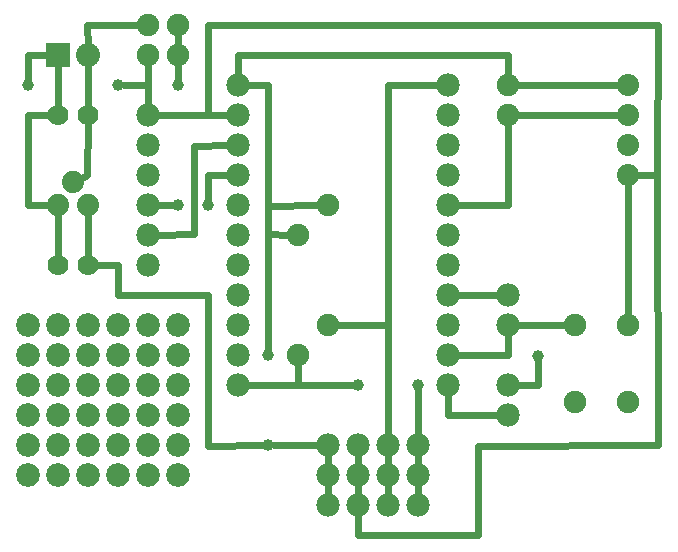
<source format=gbl>
G04 MADE WITH FRITZING*
G04 WWW.FRITZING.ORG*
G04 DOUBLE SIDED*
G04 HOLES PLATED*
G04 CONTOUR ON CENTER OF CONTOUR VECTOR*
%ASAXBY*%
%FSLAX23Y23*%
%MOIN*%
%OFA0B0*%
%SFA1.0B1.0*%
%ADD10C,0.039370*%
%ADD11C,0.079370*%
%ADD12C,0.078000*%
%ADD13C,0.075000*%
%ADD14C,0.070000*%
%ADD15C,0.080000*%
%ADD16C,0.073889*%
%ADD17C,0.074000*%
%ADD18R,0.080000X0.080000*%
%ADD19C,0.024000*%
%LNCOPPER0*%
G90*
G70*
G54D10*
X584Y1176D03*
X684Y1176D03*
G54D11*
X584Y376D03*
X484Y376D03*
X384Y376D03*
X284Y376D03*
X184Y376D03*
X84Y376D03*
X584Y476D03*
X484Y476D03*
X384Y476D03*
X284Y476D03*
X184Y476D03*
X84Y476D03*
X584Y276D03*
X484Y276D03*
X384Y276D03*
X284Y276D03*
X184Y276D03*
X84Y276D03*
X584Y776D03*
X484Y776D03*
X384Y776D03*
X284Y776D03*
X184Y776D03*
X84Y776D03*
X584Y576D03*
X484Y576D03*
X384Y576D03*
X284Y576D03*
X184Y576D03*
X84Y576D03*
X584Y676D03*
X484Y676D03*
X384Y676D03*
X284Y676D03*
X184Y676D03*
X84Y676D03*
G54D12*
X1384Y276D03*
X1284Y276D03*
X1184Y276D03*
X1084Y276D03*
X1384Y176D03*
X1284Y176D03*
X1184Y176D03*
X1084Y176D03*
X1384Y376D03*
X1284Y376D03*
X1184Y376D03*
X1084Y376D03*
G54D13*
X1084Y1176D03*
X1084Y776D03*
X984Y1076D03*
X984Y676D03*
G54D10*
X1384Y576D03*
X1184Y576D03*
X884Y676D03*
X884Y376D03*
G54D14*
X184Y1476D03*
X284Y1476D03*
X184Y976D03*
X284Y976D03*
G54D15*
X184Y1676D03*
X284Y1676D03*
G54D16*
X2084Y1276D03*
X2084Y1376D03*
X2084Y1476D03*
X2084Y1576D03*
G54D17*
X284Y1176D03*
X234Y1251D03*
X184Y1176D03*
G54D12*
X1484Y1576D03*
X1484Y1476D03*
X1484Y1376D03*
X1484Y1276D03*
X1484Y1176D03*
X1484Y1076D03*
X1484Y976D03*
X1484Y876D03*
X1484Y776D03*
X1484Y676D03*
X1484Y576D03*
X784Y1576D03*
X784Y1476D03*
X784Y1376D03*
X784Y1276D03*
X784Y1176D03*
X784Y1076D03*
X784Y976D03*
X784Y876D03*
X784Y776D03*
X784Y676D03*
X784Y576D03*
X484Y1476D03*
X484Y1376D03*
X484Y1276D03*
X484Y1176D03*
X484Y1076D03*
X484Y976D03*
X1684Y876D03*
X1684Y776D03*
G54D13*
X1684Y1476D03*
X1684Y1576D03*
X2084Y776D03*
X2084Y520D03*
X1906Y776D03*
X1906Y520D03*
G54D10*
X84Y1576D03*
X384Y1576D03*
G54D13*
X484Y1776D03*
X584Y1776D03*
X484Y1676D03*
X584Y1676D03*
G54D12*
X1684Y576D03*
X1684Y476D03*
G54D10*
X1785Y672D03*
X584Y1576D03*
G54D18*
X184Y1676D03*
G54D19*
X184Y1645D02*
X184Y1502D01*
D02*
X284Y1502D02*
X284Y1645D01*
D02*
X84Y1476D02*
X84Y1176D01*
D02*
X84Y1176D02*
X157Y1176D01*
D02*
X282Y1275D02*
X258Y1263D01*
D02*
X284Y1149D02*
X284Y1002D01*
D02*
X184Y1149D02*
X184Y1002D01*
D02*
X158Y1476D02*
X84Y1476D01*
D02*
X283Y1450D02*
X282Y1275D01*
D02*
X2182Y1275D02*
X2184Y376D01*
D02*
X2184Y1776D02*
X2182Y1275D01*
D02*
X754Y1476D02*
X683Y1477D01*
D02*
X683Y1477D02*
X684Y1777D01*
D02*
X684Y1777D02*
X2184Y1776D01*
D02*
X784Y1606D02*
X784Y1675D01*
D02*
X1684Y1576D02*
X1712Y1576D01*
D02*
X784Y1675D02*
X1684Y1675D01*
D02*
X1684Y1675D02*
X1684Y1576D01*
D02*
X885Y1174D02*
X885Y1078D01*
D02*
X684Y374D02*
X684Y876D01*
D02*
X384Y876D02*
X384Y977D01*
D02*
X814Y1576D02*
X884Y1576D01*
D02*
X754Y1476D02*
X514Y1476D01*
D02*
X514Y1176D02*
X565Y1176D01*
D02*
X884Y1576D02*
X885Y1174D01*
D02*
X684Y876D02*
X384Y876D01*
D02*
X636Y1079D02*
X514Y1076D01*
D02*
X1784Y776D02*
X1878Y776D01*
D02*
X1714Y776D02*
X1784Y776D01*
D02*
X754Y1276D02*
X684Y1276D01*
D02*
X684Y1276D02*
X684Y1195D01*
D02*
X636Y1373D02*
X636Y1079D01*
D02*
X754Y1375D02*
X636Y1373D01*
D02*
X1684Y1447D02*
X1684Y1176D01*
D02*
X1684Y1176D02*
X1514Y1176D01*
D02*
X2084Y804D02*
X2084Y1242D01*
D02*
X1084Y206D02*
X1084Y246D01*
D02*
X1084Y306D02*
X1084Y346D01*
D02*
X1583Y75D02*
X1184Y75D01*
D02*
X1583Y374D02*
X1583Y75D01*
D02*
X1184Y206D02*
X1184Y246D01*
D02*
X1184Y306D02*
X1184Y346D01*
D02*
X2184Y376D02*
X1583Y374D01*
D02*
X1283Y776D02*
X1284Y1576D01*
D02*
X1384Y406D02*
X1384Y557D01*
D02*
X1284Y1576D02*
X1454Y1576D01*
D02*
X1283Y676D02*
X1283Y776D01*
D02*
X1284Y406D02*
X1283Y676D01*
D02*
X1184Y75D02*
X1184Y146D01*
D02*
X1284Y346D02*
X1284Y306D01*
D02*
X1284Y246D02*
X1284Y206D01*
D02*
X1384Y246D02*
X1384Y206D01*
D02*
X1384Y346D02*
X1384Y306D01*
D02*
X885Y1078D02*
X955Y1076D01*
D02*
X885Y1174D02*
X1055Y1176D01*
D02*
X885Y1078D02*
X884Y695D01*
D02*
X384Y977D02*
X310Y976D01*
D02*
X903Y376D02*
X1054Y376D01*
D02*
X684Y374D02*
X865Y376D01*
D02*
X2049Y1576D02*
X1712Y1576D01*
D02*
X1684Y676D02*
X1514Y676D01*
D02*
X1684Y746D02*
X1684Y676D01*
D02*
X1712Y1476D02*
X2049Y1476D01*
D02*
X483Y1576D02*
X403Y1576D01*
D02*
X483Y1506D02*
X483Y1576D01*
D02*
X85Y1676D02*
X153Y1676D01*
D02*
X84Y1595D02*
X85Y1676D01*
D02*
X1283Y776D02*
X1112Y776D01*
D02*
X985Y576D02*
X1165Y576D01*
D02*
X814Y576D02*
X985Y576D01*
D02*
X985Y576D02*
X984Y647D01*
D02*
X455Y1776D02*
X282Y1777D01*
D02*
X282Y1777D02*
X283Y1707D01*
D02*
X483Y1576D02*
X483Y1647D01*
D02*
X580Y1804D02*
X583Y1777D01*
D02*
X583Y1777D02*
X584Y1704D01*
D02*
X1483Y475D02*
X1654Y476D01*
D02*
X1484Y546D02*
X1483Y475D01*
D02*
X1654Y876D02*
X1514Y876D01*
D02*
X584Y1676D02*
X583Y1676D01*
D02*
X1785Y576D02*
X1714Y576D01*
D02*
X1785Y653D02*
X1785Y576D01*
D02*
X2182Y1275D02*
X2118Y1275D01*
D02*
X584Y1647D02*
X584Y1595D01*
G04 End of Copper0*
M02*
</source>
